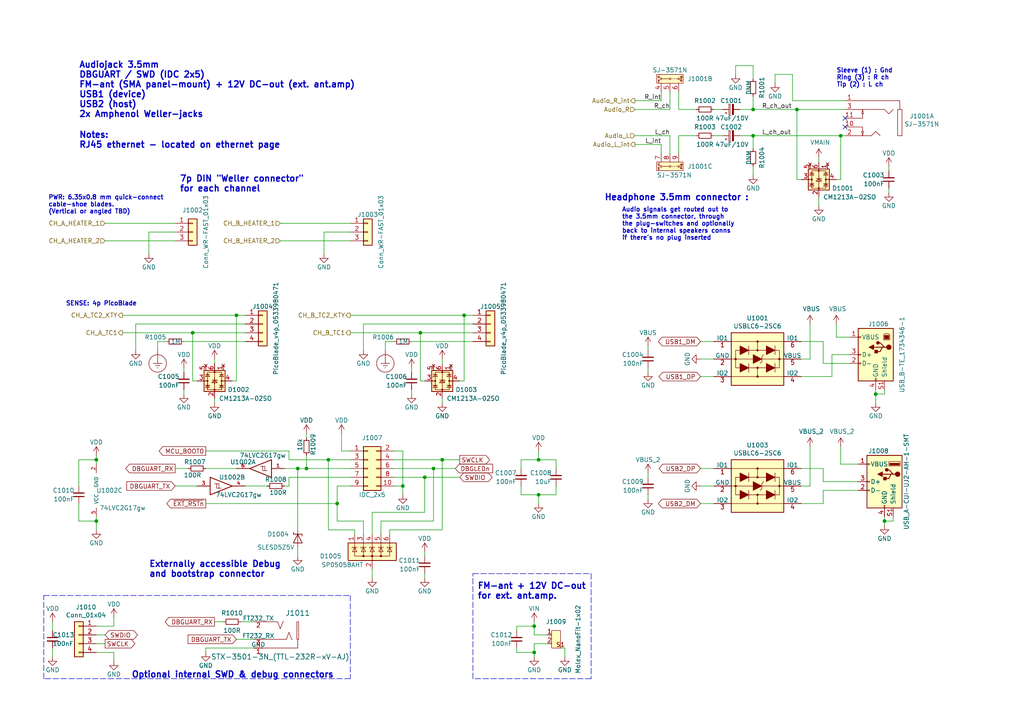
<source format=kicad_sch>
(kicad_sch (version 20211123) (generator eeschema)
  (paper "A4")
  (title_block (title "Backside connectors") (date "2020-08-14") (rev "R0.1") (company "SolderingStationGroup : Jonny Svärd / Mathias Johansson / Magnus Thulesius"))
  (lib_symbols
    (symbol "Connector_Generic:Conn_01x04" (pin_names (offset 1.016) hide)
      (property "Reference" "J" (at 0 5.08 0))
      (property "Value" "Conn_01x04" (at 0 -7.62 0))
      (symbol "Conn_01x04_1_1"
        (pin passive line (at -5.08 2.54 0) (length 3.81) (name "Pin_1") (number "1"))
        (pin passive line (at -5.08 0 0) (length 3.81) (name "Pin_2") (number "2"))
        (pin passive line (at -5.08 -2.54 0) (length 3.81) (name "Pin_3") (number "3"))
        (pin passive line (at -5.08 -5.08 0) (length 3.81) (name "Pin_4") (number "4"))
      )
    )
    (symbol "Connector_Generic:Conn_02x05_Odd_Even" (pin_names (offset 1.016) hide)
      (property "Reference" "J" (at 1.27 7.62 0))
      (property "Value" "Conn_02x05_Odd_Even" (at 1.27 -7.62 0))
      (symbol "Conn_02x05_Odd_Even_1_1"
        (pin passive line (at -5.08 5.08 0) (length 3.81) (name "Pin_1") (number "1"))
        (pin passive line (at 7.62 -5.08 180) (length 3.81) (name "Pin_10") (number "10"))
        (pin passive line (at 7.62 5.08 180) (length 3.81) (name "Pin_2") (number "2"))
        (pin passive line (at -5.08 2.54 0) (length 3.81) (name "Pin_3") (number "3"))
        (pin passive line (at 7.62 2.54 180) (length 3.81) (name "Pin_4") (number "4"))
        (pin passive line (at -5.08 0 0) (length 3.81) (name "Pin_5") (number "5"))
        (pin passive line (at 7.62 0 180) (length 3.81) (name "Pin_6") (number "6"))
        (pin passive line (at -5.08 -2.54 0) (length 3.81) (name "Pin_7") (number "7"))
        (pin passive line (at 7.62 -2.54 180) (length 3.81) (name "Pin_8") (number "8"))
        (pin passive line (at -5.08 -5.08 0) (length 3.81) (name "Pin_9") (number "9"))
      )
    )
    (symbol "Device:CP_Small" (pin_numbers hide) (pin_names (offset 0.254) hide)
      (property "Reference" "C" (at 0.254 1.778 0))
      (property "Value" "Device_CP_Small" (at 0.254 -2.032 0))
      (symbol "CP_Small_1_1"
        (pin passive line (at 0 2.54 270) (length 1.8542) (name "~") (number "1"))
        (pin passive line (at 0 -2.54 90) (length 1.8542) (name "~") (number "2"))
      )
    )
    (symbol "Device:C_Small" (pin_numbers hide) (pin_names (offset 0.254) hide)
      (property "Reference" "C" (at 0.254 1.778 0))
      (property "Value" "C_Small" (at 0.254 -2.032 0))
      (symbol "C_Small_1_1"
        (pin passive line (at 0 2.54 270) (length 2.032) (name "~") (number "1"))
        (pin passive line (at 0 -2.54 90) (length 2.032) (name "~") (number "2"))
      )
    )
    (symbol "Device:R_Small" (pin_numbers hide) (pin_names (offset 0.254) hide)
      (property "Reference" "R" (at 0.762 0.508 0))
      (property "Value" "R_Small" (at 0.762 -1.016 0))
      (symbol "R_Small_1_1"
        (pin passive line (at 0 2.54 270) (length 0.762) (name "~") (number "1"))
        (pin passive line (at 0 -2.54 90) (length 0.762) (name "~") (number "2"))
      )
    )
    (symbol "Power_Protection:SP0505BAHT" (pin_names hide)
      (property "Reference" "D" (at 7.62 2.54 0))
      (property "Value" "SP0505BAHT" (at 7.62 0.635 0))
      (symbol "SP0505BAHT_0_0"
        (pin passive line (at 0 -5.08 90) (length 2.54) (name "A") (number "2"))
      )
      (symbol "SP0505BAHT_1_1"
        (pin passive line (at -5.08 5.08 270) (length 2.54) (name "K") (number "1"))
        (pin passive line (at -2.54 5.08 270) (length 2.54) (name "K") (number "3"))
        (pin passive line (at 0 5.08 270) (length 2.54) (name "K") (number "4"))
        (pin passive line (at 2.54 5.08 270) (length 2.54) (name "K") (number "5"))
        (pin passive line (at 5.08 5.08 270) (length 2.54) (name "K") (number "6"))
      )
    )
    (symbol "customlib_mj:74LVC2G17" (pin_names (offset 1.016))
      (property "Reference" "U" (at -2.54 3.81 0))
      (property "Value" "74LVC2G17" (at 0 -3.81 0))
      (symbol "74LVC2G17_1_1"
        (pin input line (at -7.62 0 0) (length 3.81) (name "~") (number "1"))
        (pin output line (at 6.35 0 180) (length 3.81) (name "~") (number "6"))
      )
      (symbol "74LVC2G17_2_1"
        (pin input line (at -7.62 0 0) (length 3.81) (name "~") (number "3"))
        (pin output line (at 6.35 0 180) (length 3.81) (name "~") (number "4"))
      )
      (symbol "74LVC2G17_3_1"
        (pin power_in line (at 0 -7.62 90) (length 2.54) (name "GND") (number "2"))
        (pin power_in line (at 0 7.62 270) (length 2.54) (name "VCC") (number "5"))
      )
    )
    (symbol "customlib_mj:CM1213A-02SO" (pin_names hide)
      (property "Reference" "D" (at 0.635 4.445 0))
      (property "Value" "CM1213A-02SO" (at 3.175 2.54 0))
      (symbol "CM1213A-02SO_1_1"
        (pin no_connect line (at -4.445 2.54 0) (length 1.27) (name "NC") (number "1"))
        (pin power_in line (at 5.08 0 180) (length 2.54) (name "VN") (number "2"))
        (pin passive line (at 0 -5.08 90) (length 2.54) (name "CH1") (number "3"))
        (pin passive line (at 0 5.08 270) (length 2.54) (name "CH2") (number "4"))
        (pin no_connect line (at -4.445 -2.54 0) (length 1.27) (name "NC") (number "5"))
        (pin power_in line (at -5.08 0 0) (length 2.54) (name "VP") (number "6"))
      )
    )
    (symbol "customlib_mj:Conn_WR-FAST_01x03" (pin_names (offset 1.016) hide)
      (property "Reference" "J" (at 0 5.08 0))
      (property "Value" "Conn_WR-FAST_01x03" (at 0 -5.08 0))
      (symbol "Conn_WR-FAST_01x03_1_1"
        (pin passive line (at -5.08 2.54 0) (length 3.81) (name "Pin_1") (number "1"))
        (pin passive line (at -5.08 0 0) (length 3.81) (name "Pin_2") (number "2"))
        (pin passive line (at -5.08 -2.54 0) (length 3.81) (name "Pin_3") (number "3"))
      )
    )
    (symbol "customlib_mj:Molex_NanoFit-1x02" (pin_names (offset 1.016) hide)
      (property "Reference" "J" (at 0 3.81 0))
      (property "Value" "Molex_NanoFit-1x02" (at 0 -3.81 0))
      (symbol "Molex_NanoFit-1x02_1_1"
        (pin passive line (at -2.54 1.27 0) (length 1.27) (name "1") (number "1"))
        (pin passive line (at -2.54 -1.27 0) (length 1.27) (name "2") (number "2"))
        (pin passive line (at 1.27 -2.54 180) (length 0) (name "~") (number "S1"))
        (pin passive line (at 1.27 -2.54 180) (length 0) hide (name "~") (number "S2"))
      )
    )
    (symbol "customlib_mj:SJ-3571N" (pin_names (offset 0) hide)
      (property "Reference" "J" (at 0 8.89 0))
      (property "Value" "SJ-3571N" (at 0 -5.08 0))
      (symbol "SJ-3571N_1_1"
        (pin no_connect line (at 0 -6.35 180) (length 0) hide (name "guidepins") (number "0"))
        (pin passive line (at 7.62 6.35 180) (length 2.54) (name "sleeve") (number "1"))
        (pin passive line (at 7.62 -1.27 180) (length 2.54) (name "tip_sw") (number "10"))
        (pin passive line (at 7.62 1.27 180) (length 2.54) (name "ring_sw") (number "11"))
        (pin passive line (at 7.62 -3.81 180) (length 2.54) (name "tip") (number "2"))
        (pin passive line (at 7.62 3.81 180) (length 2.54) (name "ring") (number "3"))
      )
      (symbol "SJ-3571N_2_1"
        (text "no pl." (at 0 3.302 0) (effects (font (size 0.508 0.508))))
        (text "plug" (at 0 -3.175 0) (effects (font (size 0.508 0.508))))
        (pin passive line (at 3.81 2.54 180) (length 2.54) (name "nc_a") (number "4"))
        (pin passive line (at 3.81 0 180) (length 2.54) (name "a") (number "5"))
        (pin passive line (at 3.81 -2.54 180) (length 2.54) (name "no_a") (number "6"))
      )
      (symbol "SJ-3571N_3_1"
        (text "no pl." (at 0 3.302 0) (effects (font (size 0.508 0.508))))
        (text "plug" (at 0 -3.175 0) (effects (font (size 0.508 0.508))))
        (pin passive line (at 3.81 2.54 180) (length 2.54) (name "nc_b") (number "7"))
        (pin passive line (at 3.81 0 180) (length 2.54) (name "b") (number "8"))
        (pin passive line (at 3.81 -2.54 180) (length 2.54) (name "no_b") (number "9"))
      )
    )
    (symbol "customlib_mj:SLESD5Z5V" (pin_numbers hide) (pin_names (offset 1.016) hide)
      (property "Reference" "D" (at -1.27 2.54 0))
      (property "Value" "SLESD5Z5V" (at 0 -2.54 0))
      (symbol "SLESD5Z5V_1_1"
        (pin passive line (at -2.54 0 0) (length 1.27) (name "C") (number "1"))
        (pin passive line (at 2.54 0 180) (length 2.54) (name "A") (number "2"))
      )
    )
    (symbol "customlib_mj:STX-3501-3N_(TTL-232R-xV-AJ)" (pin_names (offset 0))
      (property "Reference" "J" (at -1.27 3.81 0))
      (property "Value" "STX-3501-3N_(TTL-232R-xV-AJ)" (at -1.27 -7.62 0))
      (symbol "STX-3501-3N_(TTL-232R-xV-AJ)_0_1"
        (pin power_in line (at 5.08 2.54 180) (length 2.54) (name "GND") (number "1"))
        (pin output line (at 5.08 -5.08 180) (length 2.54) (name "FT232_TX") (number "2"))
        (pin input line (at 5.08 0 180) (length 2.54) (name "FT232_RX") (number "3"))
      )
    )
    (symbol "customlib_mj:USBLC6-2SC6" (pin_names (offset 0))
      (property "Reference" "U" (at -6.35 8.89 0))
      (property "Value" "USBLC6-2SC6" (at 0 -8.89 0))
      (symbol "USBLC6-2SC6_1_1"
        (pin passive line (at -12.7 5.08 0) (length 5.08) (name "IO1") (number "1"))
        (pin power_in line (at -12.7 0 0) (length 5.08) (name "GND") (number "2"))
        (pin passive line (at -12.7 -5.08 0) (length 5.08) (name "IO2") (number "3"))
        (pin passive line (at 12.7 -5.08 180) (length 5.08) (name "IO2") (number "4"))
        (pin passive line (at 12.7 0 180) (length 5.08) (name "VBUS") (number "5"))
        (pin passive line (at 12.7 5.08 180) (length 5.08) (name "IO1") (number "6"))
      )
    )
    (symbol "customlib_mj:USB_A-CUI-UJ2-AH-1-SMT" (pin_names (offset 1.016))
      (property "Reference" "J" (at -5.08 11.43 0))
      (property "Value" "USB_A-CUI-UJ2-AH-1-SMT" (at -5.08 8.89 0))
      (symbol "USB_A-CUI-UJ2-AH-1-SMT_1_1"
        (pin power_in line (at 7.62 5.08 180) (length 2.54) (name "VBUS") (number "1"))
        (pin passive line (at 7.62 -2.54 180) (length 2.54) (name "D-") (number "2"))
        (pin passive line (at 7.62 0 180) (length 2.54) (name "D+") (number "3"))
        (pin power_in line (at 0 -10.16 90) (length 2.54) (name "GND") (number "4"))
        (pin passive line (at -2.54 -10.16 90) (length 2.54) (name "Shield") (number "S1"))
        (pin passive line (at -2.54 -10.16 90) (length 2.54) hide (name "Shield") (number "S2"))
      )
    )
    (symbol "customlib_mj:USB_B-TE_1734346-1" (pin_names (offset 1.016))
      (property "Reference" "J" (at -5.08 11.43 0))
      (property "Value" "USB_B-TE_1734346-1" (at -5.08 8.89 0))
      (symbol "USB_B-TE_1734346-1_1_1"
        (pin no_connect line (at 5.08 -7.62 180) (length 0) hide (name "guidepins") (number "0"))
        (pin power_out line (at 7.62 5.08 180) (length 2.54) (name "VBUS") (number "1"))
        (pin passive line (at 7.62 -2.54 180) (length 2.54) (name "D-") (number "2"))
        (pin passive line (at 7.62 0 180) (length 2.54) (name "D+") (number "3"))
        (pin power_out line (at 0 -10.16 90) (length 2.54) (name "GND") (number "4"))
        (pin passive line (at -2.54 -10.16 90) (length 2.54) (name "Shield") (number "S1"))
        (pin passive line (at -2.54 -10.16 90) (length 2.54) hide (name "Shield") (number "S2"))
      )
    )
    (symbol "customlib_mj:VBUS" (power) (pin_names (offset 0))
      (property "Value" "VBUS" (at 0 3.81 0))
      (symbol "VBUS_1_1"
        (pin power_in line (at 0 0 90) (length 0) hide (name "VBUS") (number "1"))
      )
    )
    (symbol "customlib_mj:VBUS_2" (power) (pin_names (offset 0))
      (property "Value" "VBUS_2" (at 0 3.81 0))
      (symbol "VBUS_2_1_1"
        (pin power_in line (at 0 0 90) (length 0) hide (name "VBUS_2") (number "1"))
      )
    )
    (symbol "customlib_mj:VIN" (power) (pin_names (offset 0))
      (property "Value" "VIN" (at 0 3.81 0))
      (symbol "VIN_1_1"
        (pin power_in line (at 0 0 90) (length 0) hide (name "VIN") (number "1"))
      )
    )
    (symbol "customlib_mj:VMAIN" (power) (pin_names (offset 0))
      (property "Value" "VMAIN" (at 0 3.81 0))
      (symbol "VMAIN_1_1"
        (pin power_in line (at 0 0 90) (length 0) hide (name "VMAIN") (number "1"))
      )
    )
    (symbol "power:Earth_Protective" (power) (pin_names (offset 0))
      (symbol "Earth_Protective_1_1"
        (pin power_in line (at 0 0 270) (length 0) hide (name "Earth_Protective") (number "1"))
      )
    )
    (symbol "power:GND" (power) (pin_names (offset 0))
      (property "Value" "GND" (at 0 -3.81 0))
      (symbol "GND_1_1"
        (pin power_in line (at 0 0 270) (length 0) hide (name "GND") (number "1"))
      )
    )
    (symbol "power:VDD" (power) (pin_names (offset 0))
      (property "Value" "VDD" (at 0 3.81 0))
      (symbol "VDD_1_1"
        (pin power_in line (at 0 0 90) (length 0) hide (name "VDD") (number "1"))
      )
    )
  )
  (junction (at 27.94 151.13))
  (junction (at 218.44 31.75))
  (junction (at 256.54 151.13))
  (junction (at 128.27 133.35))
  (junction (at 125.73 135.89))
  (junction (at 134.62 91.44))
  (junction (at 231.14 31.75))
  (junction (at 55.88 96.52))
  (junction (at 243.84 39.37))
  (junction (at 68.58 91.44))
  (junction (at 154.94 189.23))
  (junction (at 254 114.3))
  (junction (at 116.84 140.97))
  (junction (at 218.44 39.37))
  (junction (at 27.94 133.35))
  (junction (at 123.19 138.43))
  (junction (at 121.92 96.52))
  (junction (at 97.79 146.05))
  (junction (at 154.94 181.61))
  (junction (at 86.36 135.89))
  (junction (at 95.25 133.35))
  (junction (at 156.21 143.51))
  (junction (at 88.9 135.89))
  (junction (at 156.21 133.35))
  (no_connect (at 245.11 34.29))
  (no_connect (at 245.11 36.83))
  (wire (pts (xy 43.18 67.31) (xy 43.18 73.66)))
  (wire (pts (xy 81.28 64.77) (xy 101.6 64.77)))
  (wire (pts (xy 156.21 133.35) (xy 161.29 133.35)))
  (wire (pts (xy 83.82 138.43) (xy 101.6 138.43)))
  (wire (pts (xy 229.87 21.59) (xy 224.79 21.59)))
  (wire (pts (xy 214.63 39.37) (xy 218.44 39.37)))
  (wire (pts (xy 187.96 101.6) (xy 187.96 100.33)))
  (wire (pts (xy 231.14 31.75) (xy 245.11 31.75)))
  (wire (pts (xy 54.61 135.89) (xy 50.8 135.89)))
  (wire (pts (xy 218.44 39.37) (xy 243.84 39.37)))
  (wire (pts (xy 114.3 133.35) (xy 128.27 133.35)))
  (wire (pts (xy 55.88 110.49) (xy 55.88 96.52)))
  (wire (pts (xy 69.85 180.34) (xy 73.66 180.34)))
  (wire (pts (xy 218.44 27.94) (xy 218.44 31.75)))
  (wire (pts (xy 161.29 133.35) (xy 161.29 135.89)))
  (wire (pts (xy 88.9 127) (xy 88.9 125.73)))
  (wire (pts (xy 156.21 143.51) (xy 161.29 143.51)))
  (wire (pts (xy 33.02 191.77) (xy 33.02 189.23)))
  (wire (pts (xy 241.3 102.87) (xy 241.3 109.22)))
  (wire (pts (xy 203.2 135.89) (xy 207.01 135.89)))
  (wire (pts (xy 161.29 143.51) (xy 161.29 140.97)))
  (wire (pts (xy 114.3 140.97) (xy 116.84 140.97)))
  (wire (pts (xy 156.21 130.81) (xy 156.21 133.35)))
  (wire (pts (xy 22.86 140.97) (xy 22.86 133.35)))
  (wire (pts (xy 53.34 107.95) (xy 53.34 106.68)))
  (wire (pts (xy 68.58 135.89) (xy 59.69 135.89)))
  (wire (pts (xy 237.49 46.99) (xy 237.49 45.72)))
  (wire (pts (xy 149.86 182.88) (xy 149.86 181.61)))
  (wire (pts (xy 39.37 101.6) (xy 39.37 93.98)))
  (wire (pts (xy 238.76 142.24) (xy 238.76 146.05)))
  (wire (pts (xy 242.57 93.98) (xy 242.57 97.79)))
  (wire (pts (xy 39.37 93.98) (xy 71.12 93.98)))
  (wire (pts (xy 62.23 105.41) (xy 62.23 104.14)))
  (wire (pts (xy 151.13 135.89) (xy 151.13 133.35)))
  (wire (pts (xy 30.48 64.77) (xy 50.8 64.77)))
  (wire (pts (xy 194.31 39.37) (xy 194.31 44.45)))
  (wire (pts (xy 101.6 96.52) (xy 121.92 96.52)))
  (wire (pts (xy 123.19 161.29) (xy 123.19 160.02)))
  (wire (pts (xy 243.84 39.37) (xy 245.11 39.37)))
  (wire (pts (xy 88.9 135.89) (xy 101.6 135.89)))
  (wire (pts (xy 86.36 135.89) (xy 88.9 135.89)))
  (wire (pts (xy 154.94 181.61) (xy 154.94 180.34)))
  (wire (pts (xy 121.92 110.49) (xy 121.92 96.52)))
  (wire (pts (xy 35.56 96.52) (xy 55.88 96.52)))
  (wire (pts (xy 59.69 187.96) (xy 73.66 187.96)))
  (wire (pts (xy 187.96 107.95) (xy 187.96 106.68)))
  (wire (pts (xy 256.54 114.3) (xy 254 114.3)))
  (wire (pts (xy 50.8 140.97) (xy 57.15 140.97)))
  (wire (pts (xy 81.28 69.85) (xy 101.6 69.85)))
  (wire (pts (xy 191.77 26.67) (xy 191.77 29.21)))
  (wire (pts (xy 119.38 106.68) (xy 119.38 107.95)))
  (wire (pts (xy 27.94 151.13) (xy 22.86 151.13)))
  (wire (pts (xy 238.76 135.89) (xy 232.41 135.89)))
  (wire (pts (xy 62.23 180.34) (xy 64.77 180.34)))
  (wire (pts (xy 203.2 146.05) (xy 207.01 146.05)))
  (wire (pts (xy 102.87 153.67) (xy 102.87 154.94)))
  (wire (pts (xy 232.41 52.07) (xy 231.14 52.07)))
  (wire (pts (xy 238.76 139.7) (xy 248.92 139.7)))
  (wire (pts (xy 15.24 190.5) (xy 15.24 187.96)))
  (wire (pts (xy 57.15 110.49) (xy 55.88 110.49)))
  (wire (pts (xy 125.73 151.13) (xy 110.49 151.13)))
  (wire (pts (xy 83.82 133.35) (xy 95.25 133.35)))
  (wire (pts (xy 218.44 48.26) (xy 218.44 50.8)))
  (wire (pts (xy 191.77 41.91) (xy 184.15 41.91)))
  (wire (pts (xy 97.79 151.13) (xy 105.41 151.13)))
  (wire (pts (xy 107.95 148.59) (xy 107.95 154.94)))
  (wire (pts (xy 35.56 91.44) (xy 68.58 91.44)))
  (wire (pts (xy 73.66 185.42) (xy 68.58 185.42)))
  (wire (pts (xy 114.3 130.81) (xy 116.84 130.81)))
  (wire (pts (xy 128.27 116.84) (xy 128.27 115.57)))
  (polyline (pts (xy 171.45 196.85) (xy 137.16 196.85)))
  (wire (pts (xy 184.15 39.37) (xy 194.31 39.37)))
  (wire (pts (xy 105.41 101.6) (xy 105.41 93.98)))
  (wire (pts (xy 238.76 105.41) (xy 238.76 99.06)))
  (wire (pts (xy 257.81 54.61) (xy 257.81 55.88)))
  (wire (pts (xy 62.23 116.84) (xy 62.23 115.57)))
  (wire (pts (xy 207.01 104.14) (xy 203.2 104.14)))
  (wire (pts (xy 154.94 190.5) (xy 154.94 189.23)))
  (wire (pts (xy 27.94 134.62) (xy 27.94 133.35)))
  (wire (pts (xy 111.76 99.06) (xy 114.3 99.06)))
  (polyline (pts (xy 101.6 196.85) (xy 12.7 196.85)))
  (wire (pts (xy 123.19 148.59) (xy 123.19 138.43)))
  (wire (pts (xy 121.92 96.52) (xy 137.16 96.52)))
  (wire (pts (xy 196.85 39.37) (xy 201.93 39.37)))
  (wire (pts (xy 128.27 153.67) (xy 113.03 153.67)))
  (wire (pts (xy 30.48 69.85) (xy 50.8 69.85)))
  (wire (pts (xy 241.3 102.87) (xy 246.38 102.87)))
  (wire (pts (xy 27.94 151.13) (xy 27.94 149.86)))
  (wire (pts (xy 242.57 97.79) (xy 246.38 97.79)))
  (wire (pts (xy 151.13 143.51) (xy 156.21 143.51)))
  (wire (pts (xy 256.54 149.86) (xy 256.54 151.13)))
  (wire (pts (xy 207.01 31.75) (xy 209.55 31.75)))
  (wire (pts (xy 111.76 101.6) (xy 111.76 99.06)))
  (wire (pts (xy 105.41 151.13) (xy 105.41 154.94)))
  (wire (pts (xy 116.84 140.97) (xy 116.84 143.51)))
  (wire (pts (xy 59.69 189.23) (xy 59.69 187.96)))
  (wire (pts (xy 50.8 67.31) (xy 43.18 67.31)))
  (wire (pts (xy 86.36 161.29) (xy 86.36 158.75)))
  (wire (pts (xy 151.13 140.97) (xy 151.13 143.51)))
  (wire (pts (xy 154.94 184.15) (xy 154.94 181.61)))
  (wire (pts (xy 45.72 99.06) (xy 48.26 99.06)))
  (polyline (pts (xy 171.45 166.37) (xy 171.45 196.85)))
  (wire (pts (xy 95.25 153.67) (xy 95.25 133.35)))
  (wire (pts (xy 67.31 110.49) (xy 68.58 110.49)))
  (wire (pts (xy 93.98 67.31) (xy 93.98 73.66)))
  (wire (pts (xy 116.84 130.81) (xy 116.84 140.97)))
  (wire (pts (xy 149.86 189.23) (xy 154.94 189.23)))
  (wire (pts (xy 158.75 184.15) (xy 154.94 184.15)))
  (wire (pts (xy 196.85 26.67) (xy 196.85 31.75)))
  (wire (pts (xy 256.54 151.13) (xy 256.54 152.4)))
  (wire (pts (xy 207.01 39.37) (xy 209.55 39.37)))
  (wire (pts (xy 149.86 181.61) (xy 154.94 181.61)))
  (wire (pts (xy 33.02 189.23) (xy 27.94 189.23)))
  (wire (pts (xy 68.58 91.44) (xy 71.12 91.44)))
  (wire (pts (xy 128.27 133.35) (xy 128.27 153.67)))
  (polyline (pts (xy 12.7 172.72) (xy 101.6 172.72)))
  (wire (pts (xy 187.96 138.43) (xy 187.96 137.16)))
  (wire (pts (xy 83.82 140.97) (xy 83.82 138.43)))
  (wire (pts (xy 156.21 146.05) (xy 156.21 143.51)))
  (wire (pts (xy 248.92 134.62) (xy 243.84 134.62)))
  (wire (pts (xy 113.03 153.67) (xy 113.03 154.94)))
  (wire (pts (xy 191.77 29.21) (xy 184.15 29.21)))
  (wire (pts (xy 82.55 135.89) (xy 86.36 135.89)))
  (wire (pts (xy 105.41 93.98) (xy 137.16 93.98)))
  (wire (pts (xy 137.16 99.06) (xy 119.38 99.06)))
  (wire (pts (xy 238.76 139.7) (xy 238.76 135.89)))
  (wire (pts (xy 107.95 148.59) (xy 123.19 148.59)))
  (wire (pts (xy 154.94 189.23) (xy 154.94 186.69)))
  (wire (pts (xy 88.9 132.08) (xy 88.9 135.89)))
  (wire (pts (xy 234.95 104.14) (xy 234.95 93.98)))
  (wire (pts (xy 125.73 135.89) (xy 125.73 151.13)))
  (wire (pts (xy 259.08 151.13) (xy 256.54 151.13)))
  (wire (pts (xy 149.86 187.96) (xy 149.86 189.23)))
  (wire (pts (xy 27.94 153.67) (xy 27.94 151.13)))
  (wire (pts (xy 101.6 67.31) (xy 93.98 67.31)))
  (wire (pts (xy 238.76 146.05) (xy 232.41 146.05)))
  (wire (pts (xy 123.19 138.43) (xy 133.35 138.43)))
  (wire (pts (xy 184.15 31.75) (xy 194.31 31.75)))
  (polyline (pts (xy 137.16 196.85) (xy 137.16 166.37)))
  (wire (pts (xy 125.73 135.89) (xy 132.08 135.89)))
  (wire (pts (xy 187.96 144.78) (xy 187.96 143.51)))
  (wire (pts (xy 59.69 146.05) (xy 97.79 146.05)))
  (wire (pts (xy 27.94 181.61) (xy 33.02 181.61)))
  (wire (pts (xy 241.3 109.22) (xy 232.41 109.22)))
  (wire (pts (xy 128.27 105.41) (xy 128.27 104.14)))
  (wire (pts (xy 191.77 44.45) (xy 191.77 41.91)))
  (wire (pts (xy 151.13 133.35) (xy 156.21 133.35)))
  (wire (pts (xy 101.6 140.97) (xy 97.79 140.97)))
  (wire (pts (xy 234.95 140.97) (xy 234.95 129.54)))
  (wire (pts (xy 123.19 167.64) (xy 123.19 166.37)))
  (wire (pts (xy 83.82 130.81) (xy 59.69 130.81)))
  (wire (pts (xy 242.57 52.07) (xy 243.84 52.07)))
  (wire (pts (xy 203.2 99.06) (xy 207.01 99.06)))
  (wire (pts (xy 22.86 151.13) (xy 22.86 146.05)))
  (wire (pts (xy 55.88 96.52) (xy 71.12 96.52)))
  (wire (pts (xy 22.86 133.35) (xy 27.94 133.35)))
  (wire (pts (xy 15.24 182.88) (xy 15.24 180.34)))
  (wire (pts (xy 53.34 114.3) (xy 53.34 113.03)))
  (wire (pts (xy 196.85 44.45) (xy 196.85 39.37)))
  (wire (pts (xy 99.06 130.81) (xy 101.6 130.81)))
  (wire (pts (xy 101.6 91.44) (xy 134.62 91.44)))
  (wire (pts (xy 257.81 48.26) (xy 257.81 49.53)))
  (wire (pts (xy 213.36 19.05) (xy 213.36 21.59)))
  (wire (pts (xy 134.62 110.49) (xy 134.62 91.44)))
  (wire (pts (xy 30.48 184.15) (xy 27.94 184.15)))
  (wire (pts (xy 238.76 99.06) (xy 232.41 99.06)))
  (wire (pts (xy 110.49 151.13) (xy 110.49 154.94)))
  (wire (pts (xy 218.44 43.18) (xy 218.44 39.37)))
  (wire (pts (xy 246.38 105.41) (xy 238.76 105.41)))
  (wire (pts (xy 53.34 99.06) (xy 71.12 99.06)))
  (wire (pts (xy 68.58 110.49) (xy 68.58 91.44)))
  (wire (pts (xy 163.83 190.5) (xy 163.83 187.96)))
  (wire (pts (xy 95.25 133.35) (xy 101.6 133.35)))
  (wire (pts (xy 71.12 140.97) (xy 77.47 140.97)))
  (wire (pts (xy 196.85 31.75) (xy 201.93 31.75)))
  (wire (pts (xy 214.63 31.75) (xy 218.44 31.75)))
  (wire (pts (xy 245.11 29.21) (xy 229.87 29.21)))
  (polyline (pts (xy 12.7 196.85) (xy 12.7 172.72)))
  (wire (pts (xy 218.44 22.86) (xy 218.44 19.05)))
  (wire (pts (xy 232.41 104.14) (xy 234.95 104.14)))
  (wire (pts (xy 83.82 133.35) (xy 83.82 130.81)))
  (wire (pts (xy 218.44 31.75) (xy 231.14 31.75)))
  (wire (pts (xy 243.84 134.62) (xy 243.84 129.54)))
  (wire (pts (xy 194.31 31.75) (xy 194.31 26.67)))
  (wire (pts (xy 27.94 133.35) (xy 27.94 132.08)))
  (wire (pts (xy 95.25 153.67) (xy 102.87 153.67)))
  (wire (pts (xy 238.76 142.24) (xy 248.92 142.24)))
  (wire (pts (xy 256.54 113.03) (xy 256.54 114.3)))
  (wire (pts (xy 254 113.03) (xy 254 114.3)))
  (wire (pts (xy 134.62 91.44) (xy 137.16 91.44)))
  (wire (pts (xy 45.72 101.6) (xy 45.72 99.06)))
  (polyline (pts (xy 137.16 166.37) (xy 171.45 166.37)))
  (wire (pts (xy 99.06 125.73) (xy 99.06 130.81)))
  (wire (pts (xy 82.55 140.97) (xy 83.82 140.97)))
  (wire (pts (xy 97.79 140.97) (xy 97.79 146.05)))
  (wire (pts (xy 203.2 140.97) (xy 207.01 140.97)))
  (wire (pts (xy 154.94 186.69) (xy 158.75 186.69)))
  (wire (pts (xy 224.79 21.59) (xy 224.79 24.13)))
  (wire (pts (xy 97.79 146.05) (xy 97.79 151.13)))
  (wire (pts (xy 231.14 52.07) (xy 231.14 31.75)))
  (wire (pts (xy 33.02 181.61) (xy 33.02 179.07)))
  (wire (pts (xy 232.41 140.97) (xy 234.95 140.97)))
  (wire (pts (xy 133.35 110.49) (xy 134.62 110.49)))
  (polyline (pts (xy 101.6 172.72) (xy 101.6 196.85)))
  (wire (pts (xy 119.38 113.03) (xy 119.38 114.3)))
  (wire (pts (xy 114.3 135.89) (xy 125.73 135.89)))
  (wire (pts (xy 229.87 29.21) (xy 229.87 21.59)))
  (wire (pts (xy 163.83 187.96) (xy 162.56 187.96)))
  (wire (pts (xy 259.08 149.86) (xy 259.08 151.13)))
  (wire (pts (xy 123.19 110.49) (xy 121.92 110.49)))
  (wire (pts (xy 254 114.3) (xy 254 116.84)))
  (wire (pts (xy 128.27 133.35) (xy 133.35 133.35)))
  (wire (pts (xy 218.44 19.05) (xy 213.36 19.05)))
  (wire (pts (xy 243.84 52.07) (xy 243.84 39.37)))
  (wire (pts (xy 27.94 186.69) (xy 30.48 186.69)))
  (wire (pts (xy 203.2 109.22) (xy 207.01 109.22)))
  (wire (pts (xy 107.95 165.1) (xy 107.95 167.64)))
  (wire (pts (xy 86.36 153.67) (xy 86.36 135.89)))
  (wire (pts (xy 114.3 138.43) (xy 123.19 138.43)))
  (wire (pts (xy 237.49 59.69) (xy 237.49 57.15)))
  (text "PWR: 6.35x0.8 mm quick-connect\ncable-shoe blades.\n(Vertical or angled TBD)" (at 13.97 62.23 0) (effects (font (size 1.27 1.27) (thickness 0.254) bold) (justify left bottom)))
  (text "FM-ant + 12V DC-out\nfor ext. ant.amp." (at 138.43 173.99 0) (effects (font (size 1.778 1.778) (thickness 0.3556) bold) (justify left bottom)))
  (text "Sleeve (1) : Gnd\nRing (3) : R ch\nTip (2) : L ch" (at 242.57 25.4 0) (effects (font (size 1.27 1.27) (thickness 0.254) bold) (justify left bottom)))
  (text "SENSE: 4p PicoBlade\n" (at 19.05 88.9 0) (effects (font (size 1.27 1.27) (thickness 0.254) bold) (justify left bottom)))
  (text "Optional internal SWD & debug connectors" (at 38.1 196.85 0) (effects (font (size 1.778 1.778) (thickness 0.3556) bold) (justify left bottom)))
  (text "Headphone 3.5mm connector :" (at 175.26 58.42 0) (effects (font (size 1.778 1.778) (thickness 0.3556) bold) (justify left bottom)))
  (text "Audio signals get routed out to\nthe 3.5mm connector, through\nthe plug-switches and optionally\nback to internal speakers conns\nif there's no plug inserted" (at 180.34 69.85 0) (effects (font (size 1.27 1.27) (thickness 0.254) bold) (justify left bottom)))
  (text "7p DIN \"Weller connector\"\nfor each channel" (at 52.07 55.88 0) (effects (font (size 1.778 1.778) (thickness 0.3556) bold) (justify left bottom)))
  (text "Notes:\nRJ45 ethernet - located on ethernet page\n" (at 22.86 43.18 0) (effects (font (size 1.778 1.778) (thickness 0.3556) bold) (justify left bottom)))
  (text "Audiojack 3.5mm\nDBGUART / SWD (IDC 2x5)\nFM-ant (SMA panel-mount) + 12V DC-out (ext. ant.amp)\nUSB1 (device)\nUSB2 (host)\n2x Amphenol Weller-jacks" (at 22.86 34.29 0) (effects (font (size 1.778 1.778) (thickness 0.3556) bold) (justify left bottom)))
  (text "Externally accessible Debug\nand bootstrap connector" (at 43.18 167.64 0) (effects (font (size 1.778 1.778) (thickness 0.3556) bold) (justify left bottom)))
  (label "R_ch_out" (at 220.98 31.75 0))
  (label "L_ch" (at 194.31 39.37 180))
  (label "R_ch" (at 194.31 31.75 180))
  (label "L_ch_out" (at 220.98 39.37 0))
  (label "L_int" (at 191.77 41.91 180))
  (label "R_int" (at 191.77 29.21 180))
  (global_label "USB2_DM" (shape bidirectional) (at 203.2 146.05 180) (property "Intersheet References" "${INTERSHEET_REFS}" (effects hide)))
  (global_label "SWDIO" (shape bidirectional) (at 133.35 138.43 0) (property "Intersheet References" "${INTERSHEET_REFS}" (effects hide)))
  (global_label "DBGUART_TX" (shape input) (at 68.58 185.42 180) (property "Intersheet References" "${INTERSHEET_REFS}" (effects hide)))
  (global_label "DBGLEDn" (shape input) (at 132.08 135.89 0) (property "Intersheet References" "${INTERSHEET_REFS}" (effects hide)))
  (global_label "SWDIO" (shape bidirectional) (at 30.48 184.15 0) (property "Intersheet References" "${INTERSHEET_REFS}" (effects hide)))
  (global_label "SWCLK" (shape output) (at 133.35 133.35 0) (property "Intersheet References" "${INTERSHEET_REFS}" (effects hide)))
  (global_label "~{EXT_RSTn}" (shape output) (at 59.69 146.05 180) (property "Intersheet References" "${INTERSHEET_REFS}" (effects hide)))
  (global_label "DBGUART_TX" (shape input) (at 50.8 140.97 180) (property "Intersheet References" "${INTERSHEET_REFS}" (effects hide)))
  (global_label "USB1_DM" (shape bidirectional) (at 203.2 99.06 180) (property "Intersheet References" "${INTERSHEET_REFS}" (effects hide)))
  (global_label "USB1_DP" (shape bidirectional) (at 203.2 109.22 180) (property "Intersheet References" "${INTERSHEET_REFS}" (effects hide)))
  (global_label "SWCLK" (shape output) (at 30.48 186.69 0) (property "Intersheet References" "${INTERSHEET_REFS}" (effects hide)))
  (global_label "MCU_BOOT0" (shape output) (at 59.69 130.81 180) (property "Intersheet References" "${INTERSHEET_REFS}" (effects hide)))
  (global_label "USB2_DP" (shape bidirectional) (at 203.2 135.89 180) (property "Intersheet References" "${INTERSHEET_REFS}" (effects hide)))
  (global_label "DBGUART_RX" (shape output) (at 62.23 180.34 180) (property "Intersheet References" "${INTERSHEET_REFS}" (effects hide)))
  (global_label "DBGUART_RX" (shape output) (at 50.8 135.89 180) (property "Intersheet References" "${INTERSHEET_REFS}" (effects hide)))
  (hierarchical_label "Audio_L" (shape input) (at 184.15 39.37 180))
  (hierarchical_label "CH_B_HEATER_1" (shape input) (at 81.28 64.77 180))
  (hierarchical_label "CH_A_HEATER_1" (shape input) (at 30.48 64.77 180))
  (hierarchical_label "CH_A_TC2_KTY" (shape output) (at 35.56 91.44 180))
  (hierarchical_label "CH_A_HEATER_2" (shape input) (at 30.48 69.85 180))
  (hierarchical_label "Audio_L_int" (shape output) (at 184.15 41.91 180))
  (hierarchical_label "CH_B_TC1" (shape output) (at 101.6 96.52 180))
  (hierarchical_label "Audio_R" (shape input) (at 184.15 31.75 180))
  (hierarchical_label "Audio_R_int" (shape output) (at 184.15 29.21 180))
  (hierarchical_label "CH_B_HEATER_2" (shape input) (at 81.28 69.85 180))
  (hierarchical_label "CH_A_TC1" (shape output) (at 35.56 96.52 180))
  (hierarchical_label "CH_B_TC2_KTY" (shape output) (at 101.6 91.44 180))
  (symbol (lib_id "customlib_mj:USBLC6-2SC6") (at 219.71 140.97 0) (unit 1)
    (property "Reference" "U1003" (at 219.71 129.1082 0))
    (property "Value" "USBLC6-2SC6" (at 219.71 131.4196 0))
    (property "Footprint" "Package_TO_SOT_SMD:TSOT-23-6" (effects hide))
    (property "JLC_part" "Extended" (effects hide))
    (property "LCSC" "C7519" (effects hide))
  )
  (symbol (lib_id "customlib_mj:USBLC6-2SC6") (at 219.71 104.14 0) (unit 1)
    (property "Reference" "U1001" (at 219.71 92.2782 0))
    (property "Value" "USBLC6-2SC6" (at 219.71 94.5896 0))
    (property "Footprint" "Package_TO_SOT_SMD:TSOT-23-6" (effects hide))
    (property "JLC_part" "Extended" (effects hide))
    (property "LCSC" "C7519" (effects hide))
  )
  (symbol (lib_id "customlib_mj:USB_B-TE_1734346-1") (at 254 102.87 0) (mirror y) (unit 1)
    (property "Reference" "J1006" (at 257.81 93.98 0) (effects (justify left)))
    (property "Value" "USB_B-TE_1734346-1" (at 261.62 102.87 90))
    (property "Footprint" "customlib_mj_fp:TE_1734346" (effects hide))
    (property "Datasheet" "https://www.te.com/usa-en/product-1734346-1.html" (effects hide))
  )
  (symbol (lib_id "power:GND") (at 254 116.84 0) (unit 1)
    (property "Reference" "#PWR01027" (effects hide))
    (property "Value" "GND" (at 254 120.65 0))
  )
  (symbol (lib_id "power:GND") (at 256.54 152.4 0) (unit 1)
    (property "Reference" "#PWR01038" (effects hide))
    (property "Value" "GND" (at 256.54 156.21 0))
  )
  (symbol (lib_id "customlib_mj:VBUS_2") (at 243.84 129.54 0) (unit 1)
    (property "Reference" "#PWR01030" (effects hide))
    (property "Value" "VBUS_2" (at 244.221 125.1458 0))
  )
  (symbol (lib_id "customlib_mj:VBUS") (at 242.57 93.98 0) (unit 1)
    (property "Reference" "#PWR01011" (effects hide))
    (property "Value" "VBUS" (at 242.951 89.5858 0))
  )
  (symbol (lib_id "customlib_mj:USB_A-CUI-UJ2-AH-1-SMT") (at 256.54 139.7 0) (mirror y) (unit 1)
    (property "Reference" "J1008" (at 257.81 130.81 0) (effects (justify left)))
    (property "Value" "USB_A-CUI-UJ2-AH-1-SMT" (at 262.89 153.67 90) (effects (justify left)))
    (property "Footprint" "customlib_mj_fp:CUI-UJ2_AH_1_SMT" (effects hide))
    (property "Datasheet" "https://www.cuidevices.com/product/interconnect/connectors/usb-connectors/uj2-ah-smt-series/uj2-ah-1-smt" (effects hide))
  )
  (symbol (lib_id "customlib_mj:Molex_NanoFit-1x02") (at 161.29 185.42 0) (unit 1)
    (property "Reference" "J1009" (at 161.29 180.34 0))
    (property "Value" "Molex_NanoFit-1x02" (at 167.64 185.42 90))
    (property "Footprint" "customlib_mj_fp:Molex_NanoFit_105430-1102_1x02_P2.50mm_Horizontal" (effects hide))
    (property "Datasheet" "https://www.molex.com/molex/products/part-detail/pcb_headers/1054301102" (effects hide))
  )
  (symbol (lib_id "power:GND") (at 154.94 190.5 0) (unit 1)
    (property "Reference" "#PWR01045" (effects hide))
    (property "Value" "GND" (at 154.94 194.31 0))
  )
  (symbol (lib_id "customlib_mj:VIN") (at 154.94 180.34 0) (unit 1)
    (property "Reference" "#PWR01044" (effects hide))
    (property "Value" "VIN" (at 154.94 176.53 0))
  )
  (symbol (lib_id "Device:C_Small") (at 149.86 185.42 180) (unit 1)
    (property "Reference" "C1012" (at 148.59 184.15 0) (effects (justify left)))
    (property "Value" "100nF" (at 148.59 186.69 0) (effects (justify left)))
    (property "Footprint" "Capacitor_SMD:C_0402_1005Metric" (effects hide))
    (property "JLC_part" "Basic" (effects hide))
    (property "LCSC" "C1525" (effects hide))
  )
  (symbol (lib_id "power:GND") (at 163.83 190.5 0) (unit 1)
    (property "Reference" "#PWR01046" (effects hide))
    (property "Value" "GND" (at 163.83 194.31 0))
  )
  (symbol (lib_id "power:GND") (at 203.2 140.97 270) (unit 1)
    (property "Reference" "#PWR01034" (effects hide))
    (property "Value" "GND" (at 199.39 140.97 0))
  )
  (symbol (lib_id "customlib_mj:VBUS_2") (at 234.95 129.54 0) (unit 1)
    (property "Reference" "#PWR01029" (effects hide))
    (property "Value" "VBUS_2" (at 235.331 125.1458 0))
  )
  (symbol (lib_id "customlib_mj:VBUS") (at 234.95 93.98 0) (unit 1)
    (property "Reference" "#PWR01010" (effects hide))
    (property "Value" "VBUS" (at 235.331 89.5858 0))
  )
  (symbol (lib_id "power:GND") (at 203.2 104.14 270) (unit 1)
    (property "Reference" "#PWR01019" (effects hide))
    (property "Value" "GND" (at 199.39 104.14 0))
  )
  (symbol (lib_id "power:VDD") (at 27.94 132.08 0) (unit 1)
    (property "Reference" "#PWR01032" (effects hide))
    (property "Value" "VDD" (at 27.94 128.27 0))
  )
  (symbol (lib_id "power:GND") (at 27.94 153.67 0) (unit 1)
    (property "Reference" "#PWR01039" (effects hide))
    (property "Value" "GND" (at 27.94 157.48 0))
  )
  (symbol (lib_id "Device:C_Small") (at 22.86 143.51 180) (unit 1)
    (property "Reference" "C1010" (at 21.59 142.24 0) (effects (justify left)))
    (property "Value" "100nF" (at 21.59 144.78 0) (effects (justify left)))
    (property "Footprint" "Capacitor_SMD:C_0402_1005Metric" (effects hide))
    (property "JLC_part" "Basic" (effects hide))
    (property "LCSC" "C1525" (effects hide))
  )
  (symbol (lib_id "Power_Protection:SP0505BAHT") (at 107.95 160.02 0) (unit 1)
    (property "Reference" "D1005" (at 99.06 161.29 0) (effects (justify right)))
    (property "Value" "SP0505BAHT" (at 105.41 163.83 0) (effects (justify right)))
    (property "Footprint" "Package_TO_SOT_SMD:TSOT-23-6" (effects hide))
    (property "Datasheet" "http://www.littelfuse.com/~/media/files/littelfuse/technical%20resources/documents/data%20sheets/sp05xxba.pdf" (effects hide))
  )
  (symbol (lib_id "power:GND") (at 107.95 167.64 0) (unit 1)
    (property "Reference" "#PWR01042" (effects hide))
    (property "Value" "GND" (at 107.95 171.45 0))
  )
  (symbol (lib_id "Connector_Generic:Conn_02x05_Odd_Even") (at 106.68 135.89 0) (unit 1)
    (property "Reference" "J1007" (at 107.95 127 0))
    (property "Value" "IDC_2x5" (at 107.95 143.51 0))
    (property "Footprint" "Connector_IDC:IDC-Header_2x05_P2.54mm_Horizontal" (effects hide))
  )
  (symbol (lib_id "power:GND") (at 116.84 143.51 0) (unit 1)
    (property "Reference" "#PWR01035" (effects hide))
    (property "Value" "GND" (at 116.84 147.32 0))
  )
  (symbol (lib_id "Device:R_Small") (at 204.47 31.75 270) (unit 1)
    (property "Reference" "R1002" (at 204.47 29.21 90))
    (property "Value" "100R" (at 204.47 34.29 90))
    (property "Footprint" "Resistor_SMD:R_0402_1005Metric" (effects hide))
    (property "JLC_part" "Basic" (effects hide))
    (property "LCSC" "C25076" (effects hide))
  )
  (symbol (lib_id "Device:CP_Small") (at 212.09 31.75 90) (unit 1)
    (property "Reference" "C1001" (at 212.09 29.21 90))
    (property "Value" "47uF/10V" (at 217.17 34.29 90) (effects (justify left)))
    (property "Footprint" "Capacitor_SMD:CP_Elec_6.3x5.8" (effects hide))
  )
  (symbol (lib_id "Device:R_Small") (at 204.47 39.37 270) (unit 1)
    (property "Reference" "R1003" (at 204.47 36.83 90))
    (property "Value" "100R" (at 204.47 41.91 90))
    (property "Footprint" "Resistor_SMD:R_0402_1005Metric" (effects hide))
    (property "JLC_part" "Basic" (effects hide))
    (property "LCSC" "C25076" (effects hide))
  )
  (symbol (lib_id "Device:CP_Small") (at 212.09 39.37 90) (unit 1)
    (property "Reference" "C1002" (at 212.09 36.83 90))
    (property "Value" "47uF/10V" (at 217.17 41.91 90) (effects (justify left)))
    (property "Footprint" "Capacitor_SMD:CP_Elec_6.3x5.8" (effects hide))
  )
  (symbol (lib_id "customlib_mj:SJ-3571N") (at 252.73 35.56 0) (mirror y) (unit 1)
    (property "Reference" "J1001" (at 267.3604 33.6804 0))
    (property "Value" "SJ-3571N" (at 267.3604 35.9918 0))
    (property "Footprint" "customlib_mj_fp:SJ-3571N" (effects hide))
    (property "Datasheet" "https://www.cuidevices.com/product/interconnect/connectors/audio-connectors/jacks/sj-357xn-series/sj-3571n" (effects hide))
  )
  (symbol (lib_id "power:GND") (at 224.79 24.13 0) (unit 1)
    (property "Reference" "#PWR01002" (effects hide))
    (property "Value" "GND" (at 224.79 27.94 0))
  )
  (symbol (lib_id "customlib_mj:SJ-3571N") (at 194.31 22.86 90) (mirror x) (unit 2)
    (property "Reference" "J1001" (at 199.39 22.86 90) (effects (justify right)))
    (property "Value" "SJ-3571N" (at 194.31 20.32 90))
    (property "Footprint" "customlib_mj_fp:SJ-3571N" (effects hide))
    (property "Datasheet" "https://www.cuidevices.com/product/interconnect/connectors/audio-connectors/jacks/sj-357xn-series/sj-3571n" (effects hide))
  )
  (symbol (lib_id "customlib_mj:SJ-3571N") (at 194.31 48.26 90) (unit 3)
    (property "Reference" "J1001" (at 199.39 48.26 90) (effects (justify right)))
    (property "Value" "SJ-3571N" (at 195.58 50.8 90))
    (property "Footprint" "customlib_mj_fp:SJ-3571N" (effects hide))
    (property "Datasheet" "https://www.cuidevices.com/product/interconnect/connectors/audio-connectors/jacks/sj-357xn-series/sj-3571n" (effects hide))
  )
  (symbol (lib_id "power:VDD") (at 99.06 125.73 0) (unit 1)
    (property "Reference" "#PWR01028" (effects hide))
    (property "Value" "VDD" (at 99.06 121.92 0))
  )
  (symbol (lib_id "power:GND") (at 43.18 73.66 0) (unit 1)
    (property "Reference" "#PWR01008" (effects hide))
    (property "Value" "GND" (at 43.18 77.47 0))
  )
  (symbol (lib_id "Device:R_Small") (at 57.15 135.89 90) (mirror x) (unit 1)
    (property "Reference" "R1007" (at 59.69 133.985 90) (effects (justify left)))
    (property "Value" "100R" (at 58.42 137.795 90) (effects (justify left)))
    (property "Footprint" "Resistor_SMD:R_0402_1005Metric" (effects hide))
    (property "JLC_part" "Basic" (effects hide))
    (property "LCSC" "C25076" (effects hide))
  )
  (symbol (lib_id "power:GND") (at 93.98 73.66 0) (unit 1)
    (property "Reference" "#PWR01009" (effects hide))
    (property "Value" "GND" (at 93.98 77.47 0))
  )
  (symbol (lib_id "customlib_mj:74LVC2G17") (at 74.93 135.89 180) (unit 1)
    (property "Reference" "U1002" (at 70.485 133.985 0))
    (property "Value" "74LVC2G17gw" (at 76.2 132.08 0))
    (property "Footprint" "Package_TO_SOT_SMD:SOT-363_SC-70-6_Handsoldering" (effects hide))
    (property "Datasheet" "http://www.ti.com/lit/sg/scyt129e/scyt129e.pdf" (effects hide))
    (property "JLC_part" "Extended" (effects hide))
    (property "LCSC" "C50714" (effects hide))
  )
  (symbol (lib_id "customlib_mj:74LVC2G17") (at 27.94 142.24 0) (mirror x) (unit 3)
    (property "Reference" "U1002" (at 31.75 142.24 0))
    (property "Value" "74LVC2G17gw" (at 35.56 147.32 0))
    (property "Footprint" "Package_TO_SOT_SMD:SOT-363_SC-70-6_Handsoldering" (effects hide))
    (property "Datasheet" "http://www.ti.com/lit/sg/scyt129e/scyt129e.pdf" (effects hide))
    (property "JLC_part" "Extended" (effects hide))
    (property "LCSC" "C50714" (effects hide))
  )
  (symbol (lib_id "customlib_mj:74LVC2G17") (at 64.77 140.97 0) (unit 2)
    (property "Reference" "U1002" (at 67.31 138.43 0))
    (property "Value" "74LVC2G17gw" (at 69.215 143.51 0))
    (property "Footprint" "Package_TO_SOT_SMD:SOT-363_SC-70-6_Handsoldering" (effects hide))
    (property "Datasheet" "http://www.ti.com/lit/sg/scyt129e/scyt129e.pdf" (effects hide))
    (property "JLC_part" "Extended" (effects hide))
    (property "LCSC" "C50714" (effects hide))
  )
  (symbol (lib_id "Device:R_Small") (at 80.01 140.97 270) (mirror x) (unit 1)
    (property "Reference" "R1008" (at 76.835 139.065 90) (effects (justify left)))
    (property "Value" "100R" (at 78.105 142.875 90) (effects (justify left)))
    (property "Footprint" "Resistor_SMD:R_0402_1005Metric" (effects hide))
    (property "JLC_part" "Basic" (effects hide))
    (property "LCSC" "C25076" (effects hide))
  )
  (symbol (lib_id "power:Earth_Protective") (at 111.76 101.6 0) (unit 1)
    (property "Reference" "#PWR01016" (effects hide))
    (property "Value" "Earth_Protective" (effects hide))
  )
  (symbol (lib_id "power:Earth_Protective") (at 45.72 101.6 0) (unit 1)
    (property "Reference" "#PWR01014" (effects hide))
    (property "Value" "Earth_Protective" (effects hide))
  )
  (symbol (lib_id "Device:R_Small") (at 116.84 99.06 270) (mirror x) (unit 1)
    (property "Reference" "R1006" (at 114.3 97.79 90) (effects (justify right)))
    (property "Value" "1M" (at 115.57 99.06 90) (effects (justify left)))
    (property "Footprint" "Resistor_SMD:R_0402_1005Metric" (effects hide))
    (property "JLC_part" "Basic" (effects hide))
    (property "LCSC" "C26083" (effects hide))
  )
  (symbol (lib_id "Device:R_Small") (at 50.8 99.06 270) (mirror x) (unit 1)
    (property "Reference" "R1005" (at 48.26 97.79 90) (effects (justify right)))
    (property "Value" "1M" (at 49.53 99.06 90) (effects (justify left)))
    (property "Footprint" "Resistor_SMD:R_0402_1005Metric" (effects hide))
    (property "JLC_part" "Basic" (effects hide))
    (property "LCSC" "C26083" (effects hide))
  )
  (symbol (lib_id "customlib_mj:SLESD5Z5V") (at 86.36 156.21 270) (unit 1)
    (property "Reference" "D1004" (at 83.82 154.94 90) (effects (justify right)))
    (property "Value" "SLESD5Z5V" (at 80.01 158.75 90))
    (property "Footprint" "customlib_mj_fp:D_SOD-523" (effects hide))
    (property "Datasheet" "https://lcsc.com/product-detail/TVS_SLKORMICRO-Elec-SLESD5Z5V_C268188.html" (effects hide))
  )
  (symbol (lib_id "power:GND") (at 86.36 161.29 0) (unit 1)
    (property "Reference" "#PWR01041" (effects hide))
    (property "Value" "GND" (at 86.36 165.1 0))
  )
  (symbol (lib_id "Device:C_Small") (at 151.13 138.43 180) (unit 1)
    (property "Reference" "C1007" (at 149.86 137.16 0) (effects (justify left)))
    (property "Value" "100nF" (at 149.86 139.7 0) (effects (justify left)))
    (property "Footprint" "Capacitor_SMD:C_0402_1005Metric" (effects hide))
    (property "JLC_part" "Basic" (effects hide))
    (property "LCSC" "C1525" (effects hide))
  )
  (symbol (lib_id "Device:C_Small") (at 161.29 138.43 180) (unit 1)
    (property "Reference" "C1008" (at 160.02 137.16 0) (effects (justify left)))
    (property "Value" "10uF" (at 160.02 139.7 0) (effects (justify left)))
    (property "Footprint" "Capacitor_SMD:C_0402_1005Metric" (effects hide))
    (property "JLC_part" "Basic" (effects hide))
    (property "LCSC" "C15525" (effects hide))
  )
  (symbol (lib_id "power:VDD") (at 156.21 130.81 0) (unit 1)
    (property "Reference" "#PWR01031" (effects hide))
    (property "Value" "VDD" (at 156.21 127 0))
  )
  (symbol (lib_id "power:GND") (at 156.21 146.05 0) (unit 1)
    (property "Reference" "#PWR01037" (effects hide))
    (property "Value" "GND" (at 156.21 149.86 0))
  )
  (symbol (lib_id "Device:C_Small") (at 123.19 163.83 180) (unit 1)
    (property "Reference" "C1011" (at 121.92 162.56 0) (effects (justify left)))
    (property "Value" "100nF" (at 121.92 165.1 0) (effects (justify left)))
    (property "Footprint" "Capacitor_SMD:C_0402_1005Metric" (effects hide))
    (property "JLC_part" "Basic" (effects hide))
    (property "LCSC" "C1525" (effects hide))
  )
  (symbol (lib_id "power:VDD") (at 123.19 160.02 0) (unit 1)
    (property "Reference" "#PWR01040" (effects hide))
    (property "Value" "VDD" (at 123.19 156.21 0))
  )
  (symbol (lib_id "power:GND") (at 123.19 167.64 0) (unit 1)
    (property "Reference" "#PWR01043" (effects hide))
    (property "Value" "GND" (at 123.19 171.45 0))
  )
  (symbol (lib_id "Device:C_Small") (at 187.96 140.97 180) (unit 1)
    (property "Reference" "C1009" (at 186.69 139.7 0) (effects (justify left)))
    (property "Value" "100nF" (at 186.69 142.24 0) (effects (justify left)))
    (property "Footprint" "Capacitor_SMD:C_0402_1005Metric" (effects hide))
    (property "JLC_part" "Basic" (effects hide))
    (property "LCSC" "C1525" (effects hide))
  )
  (symbol (lib_id "power:GND") (at 187.96 144.78 0) (unit 1)
    (property "Reference" "#PWR01036" (effects hide))
    (property "Value" "GND" (at 187.96 148.59 0))
  )
  (symbol (lib_id "Device:C_Small") (at 187.96 104.14 180) (unit 1)
    (property "Reference" "C1004" (at 186.69 102.87 0) (effects (justify left)))
    (property "Value" "100nF" (at 186.69 105.41 0) (effects (justify left)))
    (property "Footprint" "Capacitor_SMD:C_0402_1005Metric" (effects hide))
    (property "JLC_part" "Basic" (effects hide))
    (property "LCSC" "C1525" (effects hide))
  )
  (symbol (lib_id "power:GND") (at 187.96 107.95 0) (unit 1)
    (property "Reference" "#PWR01022" (effects hide))
    (property "Value" "GND" (at 187.96 111.76 0))
  )
  (symbol (lib_id "customlib_mj:Conn_WR-FAST_01x03") (at 55.88 67.31 0) (unit 1)
    (property "Reference" "J1002" (at 55.88 60.96 0))
    (property "Value" "Conn_WR-FAST_01x03" (at 59.69 67.31 90))
    (property "Footprint" "customlib_mj_fp:WR-FAST_508_3_V" (effects hide))
    (property "Datasheet" "https://www.we-online.com/catalog/en/em/connectors/wire-to-board/wr-fast" (effects hide))
  )
  (symbol (lib_id "customlib_mj:Conn_WR-FAST_01x03") (at 106.68 67.31 0) (unit 1)
    (property "Reference" "J1003" (at 106.68 62.23 0))
    (property "Value" "Conn_WR-FAST_01x03" (at 110.49 67.31 90))
    (property "Footprint" "customlib_mj_fp:WR-FAST_508_3_V" (effects hide))
    (property "Datasheet" "https://www.we-online.com/catalog/en/em/connectors/wire-to-board/wr-fast" (effects hide))
  )
  (symbol (lib_id "customlib_mj:VBUS") (at 187.96 100.33 0) (unit 1)
    (property "Reference" "#PWR01012" (effects hide))
    (property "Value" "VBUS" (at 187.96 96.52 0))
  )
  (symbol (lib_id "customlib_mj:VBUS_2") (at 187.96 137.16 0) (unit 1)
    (property "Reference" "#PWR01033" (effects hide))
    (property "Value" "VBUS_2" (at 187.96 133.35 0))
  )
  (symbol (lib_id "power:GND") (at 39.37 101.6 0) (unit 1)
    (property "Reference" "#PWR01013" (effects hide))
    (property "Value" "GND" (at 39.37 105.41 0))
  )
  (symbol (lib_id "power:GND") (at 105.41 101.6 0) (unit 1)
    (property "Reference" "#PWR01015" (effects hide))
    (property "Value" "GND" (at 105.41 105.41 0))
  )
  (symbol (lib_id "Connector_Generic:Conn_01x04") (at 142.24 93.98 0) (unit 1)
    (property "Reference" "J1005" (at 142.24 88.9 0))
    (property "Value" "PicoBlade_v4p_0533980471" (at 146.05 95.25 90))
    (property "Footprint" "Connector_Molex:Molex_PicoBlade_53398-0471_1x04-1MP_P1.25mm_Vertical" (effects hide))
    (property "Datasheet" "https://www.molex.com/molex/products/part-detail/pcb_headers/0533980471" (effects hide))
  )
  (symbol (lib_id "Connector_Generic:Conn_01x04") (at 76.2 93.98 0) (unit 1)
    (property "Reference" "J1004" (at 76.2 88.9 0))
    (property "Value" "PicoBlade_v4p_0533980471" (at 80.01 95.25 90))
    (property "Footprint" "Connector_Molex:Molex_PicoBlade_53398-0471_1x04-1MP_P1.25mm_Vertical" (effects hide))
    (property "Datasheet" "https://www.molex.com/molex/products/part-detail/pcb_headers/0533980471" (effects hide))
  )
  (symbol (lib_id "customlib_mj:CM1213A-02SO") (at 62.23 110.49 270) (unit 1)
    (property "Reference" "D1002" (at 66.04 113.03 90) (effects (justify left)))
    (property "Value" "CM1213A-02SO" (at 63.5 115.57 90) (effects (justify left)))
    (property "Footprint" "customlib_mj_fp:SC-74-6" (effects hide))
    (property "Datasheet" "https://www.mouser.se/datasheet/2/308/CM1213A_D-1803202.pdf" (effects hide))
  )
  (symbol (lib_id "power:VDD") (at 62.23 104.14 0) (unit 1)
    (property "Reference" "#PWR01017" (effects hide))
    (property "Value" "VDD" (at 62.23 100.33 0))
  )
  (symbol (lib_id "power:GND") (at 62.23 116.84 0) (unit 1)
    (property "Reference" "#PWR01025" (effects hide))
    (property "Value" "GND" (at 62.23 120.65 0))
  )
  (symbol (lib_id "customlib_mj:CM1213A-02SO") (at 128.27 110.49 270) (unit 1)
    (property "Reference" "D1003" (at 132.08 113.03 90) (effects (justify left)))
    (property "Value" "CM1213A-02SO" (at 129.54 115.57 90) (effects (justify left)))
    (property "Footprint" "customlib_mj_fp:SC-74-6" (effects hide))
    (property "Datasheet" "https://www.mouser.se/datasheet/2/308/CM1213A_D-1803202.pdf" (effects hide))
  )
  (symbol (lib_id "power:VDD") (at 128.27 104.14 0) (unit 1)
    (property "Reference" "#PWR01018" (effects hide))
    (property "Value" "VDD" (at 128.27 100.33 0))
  )
  (symbol (lib_id "power:GND") (at 128.27 116.84 0) (unit 1)
    (property "Reference" "#PWR01026" (effects hide))
    (property "Value" "GND" (at 128.27 120.65 0))
  )
  (symbol (lib_id "Device:C_Small") (at 53.34 110.49 180) (unit 1)
    (property "Reference" "C1005" (at 52.07 109.22 0) (effects (justify left)))
    (property "Value" "100nF" (at 52.07 111.76 0) (effects (justify left)))
    (property "Footprint" "Capacitor_SMD:C_0402_1005Metric" (effects hide))
    (property "JLC_part" "Basic" (effects hide))
    (property "LCSC" "C1525" (effects hide))
  )
  (symbol (lib_id "Device:C_Small") (at 119.38 110.49 180) (unit 1)
    (property "Reference" "C1006" (at 118.11 109.22 0) (effects (justify left)))
    (property "Value" "100nF" (at 118.11 111.76 0) (effects (justify left)))
    (property "Footprint" "Capacitor_SMD:C_0402_1005Metric" (effects hide))
    (property "JLC_part" "Basic" (effects hide))
    (property "LCSC" "C1525" (effects hide))
  )
  (symbol (lib_id "power:VDD") (at 53.34 106.68 0) (unit 1)
    (property "Reference" "#PWR01020" (effects hide))
    (property "Value" "VDD" (at 53.34 102.87 0))
  )
  (symbol (lib_id "power:GND") (at 53.34 114.3 0) (unit 1)
    (property "Reference" "#PWR01023" (effects hide))
    (property "Value" "GND" (at 53.34 118.11 0))
  )
  (symbol (lib_id "power:VDD") (at 119.38 106.68 0) (unit 1)
    (property "Reference" "#PWR01021" (effects hide))
    (property "Value" "VDD" (at 119.38 102.87 0))
  )
  (symbol (lib_id "power:GND") (at 119.38 114.3 0) (unit 1)
    (property "Reference" "#PWR01024" (effects hide))
    (property "Value" "GND" (at 119.38 118.11 0))
  )
  (symbol (lib_id "customlib_mj:CM1213A-02SO") (at 237.49 52.07 270) (unit 1)
    (property "Reference" "D1001" (at 241.3 54.61 90) (effects (justify left)))
    (property "Value" "CM1213A-02SO" (at 238.76 57.15 90) (effects (justify left)))
    (property "Footprint" "customlib_mj_fp:SC-74-6" (effects hide))
    (property "Datasheet" "https://www.mouser.se/datasheet/2/308/CM1213A_D-1803202.pdf" (effects hide))
  )
  (symbol (lib_id "Device:C_Small") (at 257.81 52.07 180) (unit 1)
    (property "Reference" "C1003" (at 256.54 50.8 0) (effects (justify left)))
    (property "Value" "100nF" (at 256.54 53.34 0) (effects (justify left)))
    (property "Footprint" "Capacitor_SMD:C_0402_1005Metric" (effects hide))
    (property "JLC_part" "Basic" (effects hide))
    (property "LCSC" "C1525" (effects hide))
  )
  (symbol (lib_id "power:VDD") (at 257.81 48.26 0) (unit 1)
    (property "Reference" "#PWR01004" (effects hide))
    (property "Value" "VDD" (at 257.81 44.45 0))
  )
  (symbol (lib_id "power:GND") (at 257.81 55.88 0) (unit 1)
    (property "Reference" "#PWR01006" (effects hide))
    (property "Value" "GND" (at 257.81 59.69 0))
  )
  (symbol (lib_id "power:GND") (at 237.49 59.69 0) (unit 1)
    (property "Reference" "#PWR01007" (effects hide))
    (property "Value" "GND" (at 237.49 63.5 0))
  )
  (symbol (lib_id "customlib_mj:VMAIN") (at 237.49 45.72 0) (unit 1)
    (property "Reference" "#PWR01003" (effects hide))
    (property "Value" "VMAIN" (at 237.871 41.3258 0))
  )
  (symbol (lib_id "Device:R_Small") (at 218.44 45.72 0) (mirror y) (unit 1)
    (property "Reference" "R1004" (at 220.98 45.72 90))
    (property "Value" "DNM" (at 217.17 45.72 90))
    (property "Footprint" "Resistor_SMD:R_0402_1005Metric" (effects hide))
  )
  (symbol (lib_id "Device:R_Small") (at 218.44 25.4 0) (mirror y) (unit 1)
    (property "Reference" "R1001" (at 220.98 25.4 90))
    (property "Value" "DNM" (at 217.17 25.4 90))
    (property "Footprint" "Resistor_SMD:R_0402_1005Metric" (effects hide))
  )
  (symbol (lib_id "power:GND") (at 218.44 50.8 0) (unit 1)
    (property "Reference" "#PWR01005" (effects hide))
    (property "Value" "GND" (at 218.44 54.61 0))
  )
  (symbol (lib_id "power:GND") (at 213.36 21.59 0) (unit 1)
    (property "Reference" "#PWR01001" (effects hide))
    (property "Value" "GND" (at 213.36 25.4 0))
  )
  (symbol (lib_id "Device:R_Small") (at 88.9 129.54 0) (mirror y) (unit 1)
    (property "Reference" "R1009" (at 90.805 132.08 90) (effects (justify left)))
    (property "Value" "10k" (at 86.995 130.81 90) (effects (justify left)))
    (property "Footprint" "Resistor_SMD:R_0402_1005Metric" (effects hide))
    (property "JLC_part" "Basic" (effects hide))
    (property "LCSC" "C25744" (effects hide))
  )
  (symbol (lib_id "power:VDD") (at 88.9 125.73 0) (unit 1)
    (property "Reference" "#PWR01047" (effects hide))
    (property "Value" "VDD" (at 88.9 121.92 0))
  )
  (symbol (lib_id "Connector_Generic:Conn_01x04") (at 22.86 184.15 0) (mirror y) (unit 1)
    (property "Reference" "J1010" (at 24.9428 176.0982 0))
    (property "Value" "Conn_01x04" (at 24.9428 178.4096 0))
    (property "Footprint" "Connector_PinHeader_2.54mm:PinHeader_1x04_P2.54mm_Vertical" (effects hide))
  )
  (symbol (lib_id "power:VDD") (at 33.02 179.07 0) (unit 1)
    (property "Reference" "#PWR01048" (effects hide))
    (property "Value" "VDD" (at 33.02 175.26 0))
  )
  (symbol (lib_id "power:GND") (at 33.02 191.77 0) (unit 1)
    (property "Reference" "#PWR01052" (effects hide))
    (property "Value" "GND" (at 33.02 195.58 0))
  )
  (symbol (lib_id "power:VDD") (at 15.24 180.34 0) (unit 1)
    (property "Reference" "#PWR01049" (effects hide))
    (property "Value" "VDD" (at 15.24 176.53 0))
  )
  (symbol (lib_id "power:GND") (at 15.24 190.5 0) (unit 1)
    (property "Reference" "#PWR01051" (effects hide))
    (property "Value" "GND" (at 15.24 194.31 0))
  )
  (symbol (lib_id "Device:C_Small") (at 15.24 185.42 0) (unit 1)
    (property "Reference" "C1013" (at 15.24 184.15 0) (effects (justify left)))
    (property "Value" "100nF" (at 15.24 186.69 0) (effects (justify left)))
    (property "Footprint" "Capacitor_SMD:C_0402_1005Metric" (effects hide))
    (property "JLC_part" "Basic" (effects hide))
    (property "LCSC" "C1525" (effects hide))
  )
  (symbol (lib_id "customlib_mj:STX-3501-3N_(TTL-232R-xV-AJ)") (at 78.74 185.42 180) (unit 1)
    (property "Reference" "J1011" (at 86.36 177.8 0) (effects (font (size 1.524 1.524))))
    (property "Value" "STX-3501-3N_(TTL-232R-xV-AJ)" (at 81.28 190.5 0) (effects (font (size 1.524 1.524))))
    (property "Footprint" "customlib_mj_fp:STX3501_smd" (effects hide))
    (property "Datasheet" "http://www.kycon.com/2013Catalogpage/Audio%20Jacks/STX-3501.pdf" (effects hide))
  )
  (symbol (lib_id "power:GND") (at 59.69 189.23 0) (unit 1)
    (property "Reference" "#PWR01050" (effects hide))
    (property "Value" "GND" (at 59.69 193.04 0))
  )
  (symbol (lib_id "Device:R_Small") (at 67.31 180.34 90) (mirror x) (unit 1)
    (property "Reference" "R1010" (at 67.31 177.8 90))
    (property "Value" "100R" (at 67.31 182.88 90))
    (property "Footprint" "Resistor_SMD:R_0402_1005Metric" (effects hide))
    (property "JLC_part" "Basic" (effects hide))
    (property "LCSC" "C25076" (effects hide))
  )
)
</source>
